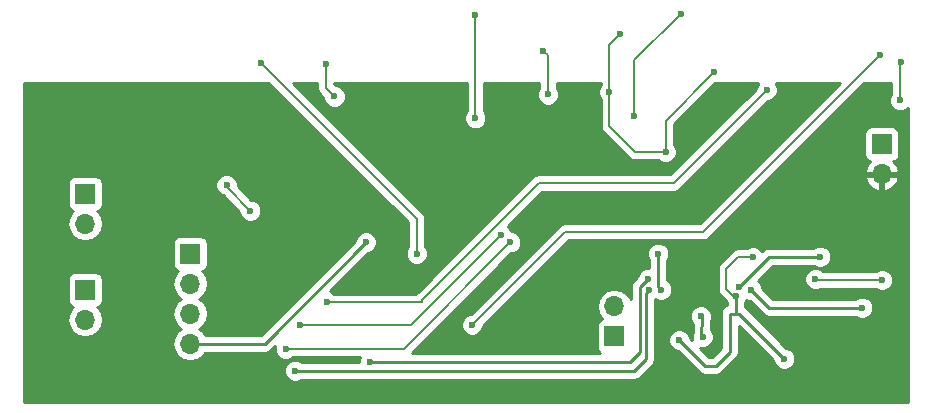
<source format=gbr>
G04 #@! TF.FileFunction,Copper,L2,Bot,Signal*
%FSLAX46Y46*%
G04 Gerber Fmt 4.6, Leading zero omitted, Abs format (unit mm)*
G04 Created by KiCad (PCBNEW 4.0.7) date Mon Jun 25 23:03:10 2018*
%MOMM*%
%LPD*%
G01*
G04 APERTURE LIST*
%ADD10C,0.100000*%
%ADD11R,1.700000X1.700000*%
%ADD12O,1.700000X1.700000*%
%ADD13C,0.600000*%
%ADD14C,0.190000*%
%ADD15C,0.250000*%
%ADD16C,0.254000*%
G04 APERTURE END LIST*
D10*
D11*
X110744000Y-126492000D03*
D12*
X110744000Y-129032000D03*
D11*
X119634000Y-123444000D03*
D12*
X119634000Y-125984000D03*
X119634000Y-128524000D03*
X119634000Y-131064000D03*
D11*
X155549600Y-130454400D03*
D12*
X155549600Y-127914400D03*
D11*
X178180000Y-114170000D03*
D12*
X178180000Y-116710000D03*
D11*
X110744000Y-118364000D03*
D12*
X110744000Y-120904000D03*
D13*
X156020000Y-104860000D03*
X155120000Y-109750000D03*
X159880000Y-114830000D03*
X163980000Y-108080000D03*
X178220000Y-125680000D03*
X172560000Y-125590000D03*
X131850000Y-110140000D03*
X131120000Y-107370000D03*
X149530000Y-106260000D03*
X149930000Y-109970000D03*
X179790000Y-107230000D03*
X179740000Y-110470000D03*
X124720000Y-119810000D03*
X122710000Y-117630000D03*
X156718000Y-119550000D03*
X152640000Y-115840000D03*
X168600000Y-129170000D03*
X140462000Y-121483600D03*
X147990000Y-131040000D03*
X167270000Y-123730000D03*
X165862000Y-127000000D03*
X169926000Y-132334000D03*
X161036000Y-130759200D03*
X159512000Y-126492000D03*
X159258000Y-123444000D03*
X143764000Y-103208000D03*
X143780000Y-111980000D03*
X161180000Y-103120000D03*
X157230000Y-111770000D03*
X128524000Y-133350000D03*
X158496000Y-126492000D03*
X134874000Y-132588000D03*
X158394400Y-125577600D03*
X168480000Y-109580000D03*
X131230000Y-127570000D03*
X134518400Y-122478800D03*
X162864800Y-128727200D03*
X163017200Y-130505200D03*
X176530000Y-128016000D03*
X167132000Y-126492000D03*
X172974000Y-123698000D03*
X166116000Y-126238000D03*
X128890000Y-129500000D03*
X145940000Y-121880000D03*
X127710000Y-131510000D03*
X146740000Y-122490000D03*
X125624000Y-107318000D03*
X138810000Y-123440000D03*
X178054000Y-106614000D03*
X143500000Y-129470000D03*
D14*
X159880000Y-114830000D02*
X157320000Y-114830000D01*
X156020000Y-104860000D02*
X155120000Y-105760000D01*
X155120000Y-105760000D02*
X155120000Y-109750000D01*
X155120000Y-112630000D02*
X155120000Y-109750000D01*
X157320000Y-114830000D02*
X155120000Y-112630000D01*
X163980000Y-108080000D02*
X159880000Y-112180000D01*
X159880000Y-112180000D02*
X159880000Y-114830000D01*
X172650000Y-125680000D02*
X178220000Y-125680000D01*
X172560000Y-125590000D02*
X172650000Y-125680000D01*
X131120000Y-109410000D02*
X131850000Y-110140000D01*
X131120000Y-107370000D02*
X131120000Y-109410000D01*
X149530000Y-106260000D02*
X149930000Y-106660000D01*
X149930000Y-106660000D02*
X149930000Y-109970000D01*
X179790000Y-107230000D02*
X179740000Y-107280000D01*
X179740000Y-107280000D02*
X179740000Y-110470000D01*
X124720000Y-119810000D02*
X122710000Y-117800000D01*
X122710000Y-117800000D02*
X122710000Y-117630000D01*
X156718000Y-119550000D02*
X156718000Y-119558000D01*
X156718000Y-119558000D02*
X156720000Y-119560000D01*
X140440000Y-121500000D02*
X140445600Y-121500000D01*
X140445600Y-121500000D02*
X140462000Y-121483600D01*
X165862000Y-127000000D02*
X165560000Y-127000000D01*
X166050000Y-123730000D02*
X167270000Y-123730000D01*
X165030000Y-124750000D02*
X166050000Y-123730000D01*
X165030000Y-126470000D02*
X165030000Y-124750000D01*
X165560000Y-127000000D02*
X165030000Y-126470000D01*
D15*
X165862000Y-127000000D02*
X165862000Y-128524000D01*
X169926000Y-132334000D02*
X166116000Y-128524000D01*
X166116000Y-128524000D02*
X165862000Y-128524000D01*
X165862000Y-128524000D02*
X165303200Y-128524000D01*
X161036000Y-130759200D02*
X163220400Y-132943600D01*
X163220400Y-132943600D02*
X164134800Y-132943600D01*
X164134800Y-132943600D02*
X165303200Y-131775200D01*
X165303200Y-131775200D02*
X165303200Y-128524000D01*
X159512000Y-126492000D02*
X159258000Y-126238000D01*
X159258000Y-126238000D02*
X159258000Y-123444000D01*
D14*
X143780000Y-103224000D02*
X143780000Y-111980000D01*
X143780000Y-103224000D02*
X143764000Y-103208000D01*
X157230000Y-107070000D02*
X161180000Y-103120000D01*
X157230000Y-111770000D02*
X157230000Y-107070000D01*
D15*
X157226000Y-133350000D02*
X128524000Y-133350000D01*
X158242000Y-132334000D02*
X157226000Y-133350000D01*
X158242000Y-126746000D02*
X158242000Y-132334000D01*
X158496000Y-126492000D02*
X158242000Y-126746000D01*
X156870400Y-132588000D02*
X134874000Y-132588000D01*
X157683200Y-131775200D02*
X156870400Y-132588000D01*
X157683200Y-126288800D02*
X157683200Y-131775200D01*
X158394400Y-125577600D02*
X157683200Y-126288800D01*
D14*
X160600000Y-117460000D02*
X168480000Y-109580000D01*
X149130000Y-117460000D02*
X160600000Y-117460000D01*
X139320000Y-127270000D02*
X149130000Y-117460000D01*
X139280000Y-127270000D02*
X139320000Y-127270000D01*
X139280000Y-127460000D02*
X139280000Y-127270000D01*
X139280000Y-127570000D02*
X139280000Y-127460000D01*
X139210000Y-127570000D02*
X139280000Y-127570000D01*
X131230000Y-127570000D02*
X139210000Y-127570000D01*
D15*
X119634000Y-131064000D02*
X125933200Y-131064000D01*
X125933200Y-131064000D02*
X134518400Y-122478800D01*
X162966400Y-128828800D02*
X162864800Y-128727200D01*
X162915600Y-130403600D02*
X162966400Y-128828800D01*
X163017200Y-130505200D02*
X162915600Y-130403600D01*
X168656000Y-128016000D02*
X176530000Y-128016000D01*
X167132000Y-126492000D02*
X168656000Y-128016000D01*
X168656000Y-123698000D02*
X172974000Y-123698000D01*
X166116000Y-126238000D02*
X168656000Y-123698000D01*
D14*
X138320000Y-129500000D02*
X128890000Y-129500000D01*
X145940000Y-121880000D02*
X138320000Y-129500000D01*
X137720000Y-131510000D02*
X127710000Y-131510000D01*
X146740000Y-122490000D02*
X137720000Y-131510000D01*
X138810000Y-120504000D02*
X138810000Y-123440000D01*
X138810000Y-120504000D02*
X125624000Y-107318000D01*
X151380000Y-121590000D02*
X143500000Y-129470000D01*
X163078000Y-121590000D02*
X151380000Y-121590000D01*
X163078000Y-121590000D02*
X178054000Y-106614000D01*
D16*
G36*
X126257268Y-108983644D02*
X138080000Y-120806376D01*
X138080000Y-122847589D01*
X138017808Y-122909673D01*
X137875162Y-123253201D01*
X137874838Y-123625167D01*
X138016883Y-123968943D01*
X138279673Y-124232192D01*
X138623201Y-124374838D01*
X138995167Y-124375162D01*
X139338943Y-124233117D01*
X139602192Y-123970327D01*
X139744838Y-123626799D01*
X139745162Y-123254833D01*
X139603117Y-122911057D01*
X139540000Y-122847830D01*
X139540000Y-120504000D01*
X139484432Y-120224641D01*
X139326188Y-119987812D01*
X128323670Y-108985294D01*
X130390000Y-108986944D01*
X130390000Y-109410000D01*
X130445568Y-109689359D01*
X130603812Y-109926188D01*
X130914915Y-110237291D01*
X130914838Y-110325167D01*
X131056883Y-110668943D01*
X131319673Y-110932192D01*
X131663201Y-111074838D01*
X132035167Y-111075162D01*
X132378943Y-110933117D01*
X132642192Y-110670327D01*
X132784838Y-110326799D01*
X132785162Y-109954833D01*
X132643117Y-109611057D01*
X132380327Y-109347808D01*
X132036799Y-109205162D01*
X131947460Y-109205084D01*
X131850000Y-109107624D01*
X131850000Y-108988110D01*
X143050000Y-108997052D01*
X143050000Y-111387589D01*
X142987808Y-111449673D01*
X142845162Y-111793201D01*
X142844838Y-112165167D01*
X142986883Y-112508943D01*
X143249673Y-112772192D01*
X143593201Y-112914838D01*
X143965167Y-112915162D01*
X144308943Y-112773117D01*
X144572192Y-112510327D01*
X144714838Y-112166799D01*
X144715162Y-111794833D01*
X144573117Y-111451057D01*
X144510000Y-111387830D01*
X144510000Y-108998218D01*
X149200000Y-109001962D01*
X149200000Y-109377589D01*
X149137808Y-109439673D01*
X148995162Y-109783201D01*
X148994838Y-110155167D01*
X149136883Y-110498943D01*
X149399673Y-110762192D01*
X149743201Y-110904838D01*
X150115167Y-110905162D01*
X150458943Y-110763117D01*
X150722192Y-110500327D01*
X150864838Y-110156799D01*
X150865162Y-109784833D01*
X150723117Y-109441057D01*
X150660000Y-109377830D01*
X150660000Y-109003128D01*
X154390000Y-109006106D01*
X154390000Y-109157589D01*
X154327808Y-109219673D01*
X154185162Y-109563201D01*
X154184838Y-109935167D01*
X154326883Y-110278943D01*
X154390000Y-110342170D01*
X154390000Y-112630000D01*
X154445568Y-112909359D01*
X154603812Y-113146188D01*
X156803812Y-115346188D01*
X157040641Y-115504432D01*
X157320000Y-115560000D01*
X159287589Y-115560000D01*
X159349673Y-115622192D01*
X159693201Y-115764838D01*
X160065167Y-115765162D01*
X160408943Y-115623117D01*
X160672192Y-115360327D01*
X160814838Y-115016799D01*
X160815162Y-114644833D01*
X160673117Y-114301057D01*
X160610000Y-114237830D01*
X160610000Y-112482376D01*
X164077291Y-109015085D01*
X164165167Y-109015162D01*
X164168190Y-109013913D01*
X167720789Y-109016749D01*
X167687808Y-109049673D01*
X167545162Y-109393201D01*
X167545084Y-109482540D01*
X160297624Y-116730000D01*
X149130000Y-116730000D01*
X148850641Y-116785568D01*
X148613812Y-116943812D01*
X138884359Y-126673265D01*
X138763812Y-126753812D01*
X138706223Y-126840000D01*
X131822411Y-126840000D01*
X131760327Y-126777808D01*
X131430960Y-126641042D01*
X134658080Y-123413922D01*
X134703567Y-123413962D01*
X135047343Y-123271917D01*
X135310592Y-123009127D01*
X135453238Y-122665599D01*
X135453562Y-122293633D01*
X135311517Y-121949857D01*
X135048727Y-121686608D01*
X134705199Y-121543962D01*
X134333233Y-121543638D01*
X133989457Y-121685683D01*
X133726208Y-121948473D01*
X133583562Y-122292001D01*
X133583521Y-122338877D01*
X125618398Y-130304000D01*
X120906954Y-130304000D01*
X120713147Y-130013946D01*
X120383974Y-129794000D01*
X120713147Y-129574054D01*
X121035054Y-129092285D01*
X121148093Y-128524000D01*
X121035054Y-127955715D01*
X120713147Y-127473946D01*
X120383974Y-127254000D01*
X120713147Y-127034054D01*
X121035054Y-126552285D01*
X121148093Y-125984000D01*
X121035054Y-125415715D01*
X120713147Y-124933946D01*
X120671548Y-124906150D01*
X120719317Y-124897162D01*
X120935441Y-124758090D01*
X121080431Y-124545890D01*
X121131440Y-124294000D01*
X121131440Y-122594000D01*
X121087162Y-122358683D01*
X120948090Y-122142559D01*
X120735890Y-121997569D01*
X120484000Y-121946560D01*
X118784000Y-121946560D01*
X118548683Y-121990838D01*
X118332559Y-122129910D01*
X118187569Y-122342110D01*
X118136560Y-122594000D01*
X118136560Y-124294000D01*
X118180838Y-124529317D01*
X118319910Y-124745441D01*
X118532110Y-124890431D01*
X118599541Y-124904086D01*
X118554853Y-124933946D01*
X118232946Y-125415715D01*
X118119907Y-125984000D01*
X118232946Y-126552285D01*
X118554853Y-127034054D01*
X118884026Y-127254000D01*
X118554853Y-127473946D01*
X118232946Y-127955715D01*
X118119907Y-128524000D01*
X118232946Y-129092285D01*
X118554853Y-129574054D01*
X118884026Y-129794000D01*
X118554853Y-130013946D01*
X118232946Y-130495715D01*
X118119907Y-131064000D01*
X118232946Y-131632285D01*
X118554853Y-132114054D01*
X119036622Y-132435961D01*
X119604907Y-132549000D01*
X119663093Y-132549000D01*
X120231378Y-132435961D01*
X120713147Y-132114054D01*
X120906954Y-131824000D01*
X125933200Y-131824000D01*
X126224039Y-131766148D01*
X126470601Y-131601401D01*
X126793881Y-131278121D01*
X126775162Y-131323201D01*
X126774838Y-131695167D01*
X126916883Y-132038943D01*
X127179673Y-132302192D01*
X127523201Y-132444838D01*
X127895167Y-132445162D01*
X128238943Y-132303117D01*
X128302170Y-132240000D01*
X134006099Y-132240000D01*
X133939162Y-132401201D01*
X133938998Y-132590000D01*
X129086463Y-132590000D01*
X129054327Y-132557808D01*
X128710799Y-132415162D01*
X128338833Y-132414838D01*
X127995057Y-132556883D01*
X127731808Y-132819673D01*
X127589162Y-133163201D01*
X127588838Y-133535167D01*
X127730883Y-133878943D01*
X127993673Y-134142192D01*
X128337201Y-134284838D01*
X128709167Y-134285162D01*
X129052943Y-134143117D01*
X129086118Y-134110000D01*
X157226000Y-134110000D01*
X157516839Y-134052148D01*
X157763401Y-133887401D01*
X158779401Y-132871401D01*
X158944148Y-132624839D01*
X159002000Y-132334000D01*
X159002000Y-130944367D01*
X160100838Y-130944367D01*
X160242883Y-131288143D01*
X160505673Y-131551392D01*
X160849201Y-131694038D01*
X160896077Y-131694079D01*
X162682999Y-133481001D01*
X162929561Y-133645748D01*
X163220400Y-133703600D01*
X164134800Y-133703600D01*
X164425639Y-133645748D01*
X164672201Y-133481001D01*
X165840601Y-132312601D01*
X166005348Y-132066039D01*
X166063200Y-131775200D01*
X166063200Y-129546002D01*
X168990878Y-132473680D01*
X168990838Y-132519167D01*
X169132883Y-132862943D01*
X169395673Y-133126192D01*
X169739201Y-133268838D01*
X170111167Y-133269162D01*
X170454943Y-133127117D01*
X170718192Y-132864327D01*
X170860838Y-132520799D01*
X170861162Y-132148833D01*
X170719117Y-131805057D01*
X170456327Y-131541808D01*
X170112799Y-131399162D01*
X170065923Y-131399121D01*
X166653401Y-127986599D01*
X166622000Y-127965618D01*
X166622000Y-127562463D01*
X166654192Y-127530327D01*
X166733642Y-127338991D01*
X166945201Y-127426838D01*
X166992077Y-127426879D01*
X168118599Y-128553401D01*
X168365160Y-128718148D01*
X168410668Y-128727200D01*
X168656000Y-128776000D01*
X175967537Y-128776000D01*
X175999673Y-128808192D01*
X176343201Y-128950838D01*
X176715167Y-128951162D01*
X177058943Y-128809117D01*
X177322192Y-128546327D01*
X177464838Y-128202799D01*
X177465162Y-127830833D01*
X177323117Y-127487057D01*
X177060327Y-127223808D01*
X176716799Y-127081162D01*
X176344833Y-127080838D01*
X176001057Y-127222883D01*
X175967882Y-127256000D01*
X168970802Y-127256000D01*
X168067122Y-126352320D01*
X168067162Y-126306833D01*
X167925117Y-125963057D01*
X167737554Y-125775167D01*
X171624838Y-125775167D01*
X171766883Y-126118943D01*
X172029673Y-126382192D01*
X172373201Y-126524838D01*
X172745167Y-126525162D01*
X173023881Y-126410000D01*
X177627589Y-126410000D01*
X177689673Y-126472192D01*
X178033201Y-126614838D01*
X178405167Y-126615162D01*
X178748943Y-126473117D01*
X179012192Y-126210327D01*
X179154838Y-125866799D01*
X179155162Y-125494833D01*
X179013117Y-125151057D01*
X178750327Y-124887808D01*
X178406799Y-124745162D01*
X178034833Y-124744838D01*
X177691057Y-124886883D01*
X177627830Y-124950000D01*
X173242254Y-124950000D01*
X173090327Y-124797808D01*
X172746799Y-124655162D01*
X172374833Y-124654838D01*
X172031057Y-124796883D01*
X171767808Y-125059673D01*
X171625162Y-125403201D01*
X171624838Y-125775167D01*
X167737554Y-125775167D01*
X167695631Y-125733171D01*
X168970802Y-124458000D01*
X172411537Y-124458000D01*
X172443673Y-124490192D01*
X172787201Y-124632838D01*
X173159167Y-124633162D01*
X173502943Y-124491117D01*
X173766192Y-124228327D01*
X173908838Y-123884799D01*
X173909162Y-123512833D01*
X173767117Y-123169057D01*
X173504327Y-122905808D01*
X173160799Y-122763162D01*
X172788833Y-122762838D01*
X172445057Y-122904883D01*
X172411882Y-122938000D01*
X168656000Y-122938000D01*
X168413414Y-122986254D01*
X168365160Y-122995852D01*
X168118599Y-123160599D01*
X168067510Y-123211688D01*
X168063117Y-123201057D01*
X167800327Y-122937808D01*
X167456799Y-122795162D01*
X167084833Y-122794838D01*
X166741057Y-122936883D01*
X166677830Y-123000000D01*
X166050000Y-123000000D01*
X165770641Y-123055568D01*
X165533812Y-123213812D01*
X164513812Y-124233812D01*
X164355568Y-124470641D01*
X164300000Y-124750000D01*
X164300000Y-126470000D01*
X164355568Y-126749359D01*
X164513812Y-126986188D01*
X165043812Y-127516188D01*
X165080865Y-127540946D01*
X165102000Y-127562118D01*
X165102000Y-127804022D01*
X165012361Y-127821852D01*
X164765799Y-127986599D01*
X164601052Y-128233161D01*
X164543200Y-128524000D01*
X164543200Y-131460398D01*
X163819998Y-132183600D01*
X163535202Y-132183600D01*
X162764116Y-131412514D01*
X162830401Y-131440038D01*
X163202367Y-131440362D01*
X163546143Y-131298317D01*
X163809392Y-131035527D01*
X163952038Y-130691999D01*
X163952362Y-130320033D01*
X163810317Y-129976257D01*
X163693554Y-129859290D01*
X163717680Y-129111374D01*
X163799638Y-128913999D01*
X163799962Y-128542033D01*
X163657917Y-128198257D01*
X163395127Y-127935008D01*
X163051599Y-127792362D01*
X162679633Y-127792038D01*
X162335857Y-127934083D01*
X162072608Y-128196873D01*
X161929962Y-128540401D01*
X161929638Y-128912367D01*
X162071683Y-129256143D01*
X162188446Y-129373110D01*
X162164320Y-130121025D01*
X162082362Y-130318401D01*
X162082038Y-130690367D01*
X162110252Y-130758650D01*
X161971122Y-130619520D01*
X161971162Y-130574033D01*
X161829117Y-130230257D01*
X161566327Y-129967008D01*
X161222799Y-129824362D01*
X160850833Y-129824038D01*
X160507057Y-129966083D01*
X160243808Y-130228873D01*
X160101162Y-130572401D01*
X160100838Y-130944367D01*
X159002000Y-130944367D01*
X159002000Y-127294597D01*
X159004371Y-127293617D01*
X159325201Y-127426838D01*
X159697167Y-127427162D01*
X160040943Y-127285117D01*
X160304192Y-127022327D01*
X160446838Y-126678799D01*
X160447162Y-126306833D01*
X160305117Y-125963057D01*
X160042327Y-125699808D01*
X160018000Y-125689706D01*
X160018000Y-124006463D01*
X160050192Y-123974327D01*
X160192838Y-123630799D01*
X160193162Y-123258833D01*
X160051117Y-122915057D01*
X159788327Y-122651808D01*
X159444799Y-122509162D01*
X159072833Y-122508838D01*
X158729057Y-122650883D01*
X158465808Y-122913673D01*
X158323162Y-123257201D01*
X158322838Y-123629167D01*
X158464883Y-123972943D01*
X158498000Y-124006118D01*
X158498000Y-124642690D01*
X158209233Y-124642438D01*
X157865457Y-124784483D01*
X157602208Y-125047273D01*
X157459562Y-125390801D01*
X157459521Y-125437677D01*
X157145799Y-125751399D01*
X156981052Y-125997961D01*
X156923200Y-126288800D01*
X156923200Y-127305027D01*
X156628747Y-126864346D01*
X156146978Y-126542439D01*
X155578693Y-126429400D01*
X155520507Y-126429400D01*
X154952222Y-126542439D01*
X154470453Y-126864346D01*
X154148546Y-127346115D01*
X154035507Y-127914400D01*
X154148546Y-128482685D01*
X154470453Y-128964454D01*
X154512052Y-128992250D01*
X154464283Y-129001238D01*
X154248159Y-129140310D01*
X154103169Y-129352510D01*
X154052160Y-129604400D01*
X154052160Y-131304400D01*
X154096438Y-131539717D01*
X154235510Y-131755841D01*
X154341118Y-131828000D01*
X138434376Y-131828000D01*
X146837291Y-123425085D01*
X146925167Y-123425162D01*
X147268943Y-123283117D01*
X147532192Y-123020327D01*
X147674838Y-122676799D01*
X147675162Y-122304833D01*
X147533117Y-121961057D01*
X147270327Y-121697808D01*
X146926799Y-121555162D01*
X146817412Y-121555067D01*
X146733117Y-121351057D01*
X146502419Y-121119957D01*
X149432376Y-118190000D01*
X160600000Y-118190000D01*
X160879359Y-118134432D01*
X161116188Y-117976188D01*
X168577291Y-110515085D01*
X168665167Y-110515162D01*
X169008943Y-110373117D01*
X169272192Y-110110327D01*
X169414838Y-109766799D01*
X169415162Y-109394833D01*
X169273117Y-109051057D01*
X169240080Y-109017962D01*
X174613371Y-109022253D01*
X162775624Y-120860000D01*
X151380000Y-120860000D01*
X151100641Y-120915568D01*
X150863812Y-121073812D01*
X143402709Y-128534915D01*
X143314833Y-128534838D01*
X142971057Y-128676883D01*
X142707808Y-128939673D01*
X142565162Y-129283201D01*
X142564838Y-129655167D01*
X142706883Y-129998943D01*
X142969673Y-130262192D01*
X143313201Y-130404838D01*
X143685167Y-130405162D01*
X144028943Y-130263117D01*
X144292192Y-130000327D01*
X144434838Y-129656799D01*
X144434916Y-129567460D01*
X151682376Y-122320000D01*
X163078000Y-122320000D01*
X163357359Y-122264432D01*
X163594188Y-122106188D01*
X168633486Y-117066890D01*
X176738524Y-117066890D01*
X176908355Y-117476924D01*
X177298642Y-117905183D01*
X177823108Y-118151486D01*
X178053000Y-118030819D01*
X178053000Y-116837000D01*
X178307000Y-116837000D01*
X178307000Y-118030819D01*
X178536892Y-118151486D01*
X179061358Y-117905183D01*
X179451645Y-117476924D01*
X179621476Y-117066890D01*
X179500155Y-116837000D01*
X178307000Y-116837000D01*
X178053000Y-116837000D01*
X176859845Y-116837000D01*
X176738524Y-117066890D01*
X168633486Y-117066890D01*
X172380376Y-113320000D01*
X176682560Y-113320000D01*
X176682560Y-115020000D01*
X176726838Y-115255317D01*
X176865910Y-115471441D01*
X177078110Y-115616431D01*
X177186107Y-115638301D01*
X176908355Y-115943076D01*
X176738524Y-116353110D01*
X176859845Y-116583000D01*
X178053000Y-116583000D01*
X178053000Y-116563000D01*
X178307000Y-116563000D01*
X178307000Y-116583000D01*
X179500155Y-116583000D01*
X179621476Y-116353110D01*
X179451645Y-115943076D01*
X179175499Y-115640063D01*
X179265317Y-115623162D01*
X179481441Y-115484090D01*
X179626431Y-115271890D01*
X179677440Y-115020000D01*
X179677440Y-113320000D01*
X179633162Y-113084683D01*
X179494090Y-112868559D01*
X179281890Y-112723569D01*
X179030000Y-112672560D01*
X177330000Y-112672560D01*
X177094683Y-112716838D01*
X176878559Y-112855910D01*
X176733569Y-113068110D01*
X176682560Y-113320000D01*
X172380376Y-113320000D01*
X176676476Y-109023900D01*
X179010000Y-109025763D01*
X179010000Y-109877589D01*
X178947808Y-109939673D01*
X178805162Y-110283201D01*
X178804838Y-110655167D01*
X178946883Y-110998943D01*
X179209673Y-111262192D01*
X179553201Y-111404838D01*
X179925167Y-111405162D01*
X180268943Y-111263117D01*
X180433000Y-111099346D01*
X180433000Y-135980000D01*
X105537000Y-135980000D01*
X105537000Y-129032000D01*
X109229907Y-129032000D01*
X109342946Y-129600285D01*
X109664853Y-130082054D01*
X110146622Y-130403961D01*
X110714907Y-130517000D01*
X110773093Y-130517000D01*
X111341378Y-130403961D01*
X111823147Y-130082054D01*
X112145054Y-129600285D01*
X112258093Y-129032000D01*
X112145054Y-128463715D01*
X111823147Y-127981946D01*
X111781548Y-127954150D01*
X111829317Y-127945162D01*
X112045441Y-127806090D01*
X112190431Y-127593890D01*
X112241440Y-127342000D01*
X112241440Y-125642000D01*
X112197162Y-125406683D01*
X112058090Y-125190559D01*
X111845890Y-125045569D01*
X111594000Y-124994560D01*
X109894000Y-124994560D01*
X109658683Y-125038838D01*
X109442559Y-125177910D01*
X109297569Y-125390110D01*
X109246560Y-125642000D01*
X109246560Y-127342000D01*
X109290838Y-127577317D01*
X109429910Y-127793441D01*
X109642110Y-127938431D01*
X109709541Y-127952086D01*
X109664853Y-127981946D01*
X109342946Y-128463715D01*
X109229907Y-129032000D01*
X105537000Y-129032000D01*
X105537000Y-120904000D01*
X109229907Y-120904000D01*
X109342946Y-121472285D01*
X109664853Y-121954054D01*
X110146622Y-122275961D01*
X110714907Y-122389000D01*
X110773093Y-122389000D01*
X111341378Y-122275961D01*
X111823147Y-121954054D01*
X112145054Y-121472285D01*
X112258093Y-120904000D01*
X112145054Y-120335715D01*
X111823147Y-119853946D01*
X111781548Y-119826150D01*
X111829317Y-119817162D01*
X112045441Y-119678090D01*
X112190431Y-119465890D01*
X112241440Y-119214000D01*
X112241440Y-117815167D01*
X121774838Y-117815167D01*
X121916883Y-118158943D01*
X122179673Y-118422192D01*
X122385129Y-118507505D01*
X123784915Y-119907291D01*
X123784838Y-119995167D01*
X123926883Y-120338943D01*
X124189673Y-120602192D01*
X124533201Y-120744838D01*
X124905167Y-120745162D01*
X125248943Y-120603117D01*
X125512192Y-120340327D01*
X125654838Y-119996799D01*
X125655162Y-119624833D01*
X125513117Y-119281057D01*
X125250327Y-119017808D01*
X124906799Y-118875162D01*
X124817460Y-118875084D01*
X123644938Y-117702562D01*
X123645162Y-117444833D01*
X123503117Y-117101057D01*
X123240327Y-116837808D01*
X122896799Y-116695162D01*
X122524833Y-116694838D01*
X122181057Y-116836883D01*
X121917808Y-117099673D01*
X121775162Y-117443201D01*
X121774838Y-117815167D01*
X112241440Y-117815167D01*
X112241440Y-117514000D01*
X112197162Y-117278683D01*
X112058090Y-117062559D01*
X111845890Y-116917569D01*
X111594000Y-116866560D01*
X109894000Y-116866560D01*
X109658683Y-116910838D01*
X109442559Y-117049910D01*
X109297569Y-117262110D01*
X109246560Y-117514000D01*
X109246560Y-119214000D01*
X109290838Y-119449317D01*
X109429910Y-119665441D01*
X109642110Y-119810431D01*
X109709541Y-119824086D01*
X109664853Y-119853946D01*
X109342946Y-120335715D01*
X109229907Y-120904000D01*
X105537000Y-120904000D01*
X105537000Y-108967101D01*
X126257268Y-108983644D01*
X126257268Y-108983644D01*
G37*
X126257268Y-108983644D02*
X138080000Y-120806376D01*
X138080000Y-122847589D01*
X138017808Y-122909673D01*
X137875162Y-123253201D01*
X137874838Y-123625167D01*
X138016883Y-123968943D01*
X138279673Y-124232192D01*
X138623201Y-124374838D01*
X138995167Y-124375162D01*
X139338943Y-124233117D01*
X139602192Y-123970327D01*
X139744838Y-123626799D01*
X139745162Y-123254833D01*
X139603117Y-122911057D01*
X139540000Y-122847830D01*
X139540000Y-120504000D01*
X139484432Y-120224641D01*
X139326188Y-119987812D01*
X128323670Y-108985294D01*
X130390000Y-108986944D01*
X130390000Y-109410000D01*
X130445568Y-109689359D01*
X130603812Y-109926188D01*
X130914915Y-110237291D01*
X130914838Y-110325167D01*
X131056883Y-110668943D01*
X131319673Y-110932192D01*
X131663201Y-111074838D01*
X132035167Y-111075162D01*
X132378943Y-110933117D01*
X132642192Y-110670327D01*
X132784838Y-110326799D01*
X132785162Y-109954833D01*
X132643117Y-109611057D01*
X132380327Y-109347808D01*
X132036799Y-109205162D01*
X131947460Y-109205084D01*
X131850000Y-109107624D01*
X131850000Y-108988110D01*
X143050000Y-108997052D01*
X143050000Y-111387589D01*
X142987808Y-111449673D01*
X142845162Y-111793201D01*
X142844838Y-112165167D01*
X142986883Y-112508943D01*
X143249673Y-112772192D01*
X143593201Y-112914838D01*
X143965167Y-112915162D01*
X144308943Y-112773117D01*
X144572192Y-112510327D01*
X144714838Y-112166799D01*
X144715162Y-111794833D01*
X144573117Y-111451057D01*
X144510000Y-111387830D01*
X144510000Y-108998218D01*
X149200000Y-109001962D01*
X149200000Y-109377589D01*
X149137808Y-109439673D01*
X148995162Y-109783201D01*
X148994838Y-110155167D01*
X149136883Y-110498943D01*
X149399673Y-110762192D01*
X149743201Y-110904838D01*
X150115167Y-110905162D01*
X150458943Y-110763117D01*
X150722192Y-110500327D01*
X150864838Y-110156799D01*
X150865162Y-109784833D01*
X150723117Y-109441057D01*
X150660000Y-109377830D01*
X150660000Y-109003128D01*
X154390000Y-109006106D01*
X154390000Y-109157589D01*
X154327808Y-109219673D01*
X154185162Y-109563201D01*
X154184838Y-109935167D01*
X154326883Y-110278943D01*
X154390000Y-110342170D01*
X154390000Y-112630000D01*
X154445568Y-112909359D01*
X154603812Y-113146188D01*
X156803812Y-115346188D01*
X157040641Y-115504432D01*
X157320000Y-115560000D01*
X159287589Y-115560000D01*
X159349673Y-115622192D01*
X159693201Y-115764838D01*
X160065167Y-115765162D01*
X160408943Y-115623117D01*
X160672192Y-115360327D01*
X160814838Y-115016799D01*
X160815162Y-114644833D01*
X160673117Y-114301057D01*
X160610000Y-114237830D01*
X160610000Y-112482376D01*
X164077291Y-109015085D01*
X164165167Y-109015162D01*
X164168190Y-109013913D01*
X167720789Y-109016749D01*
X167687808Y-109049673D01*
X167545162Y-109393201D01*
X167545084Y-109482540D01*
X160297624Y-116730000D01*
X149130000Y-116730000D01*
X148850641Y-116785568D01*
X148613812Y-116943812D01*
X138884359Y-126673265D01*
X138763812Y-126753812D01*
X138706223Y-126840000D01*
X131822411Y-126840000D01*
X131760327Y-126777808D01*
X131430960Y-126641042D01*
X134658080Y-123413922D01*
X134703567Y-123413962D01*
X135047343Y-123271917D01*
X135310592Y-123009127D01*
X135453238Y-122665599D01*
X135453562Y-122293633D01*
X135311517Y-121949857D01*
X135048727Y-121686608D01*
X134705199Y-121543962D01*
X134333233Y-121543638D01*
X133989457Y-121685683D01*
X133726208Y-121948473D01*
X133583562Y-122292001D01*
X133583521Y-122338877D01*
X125618398Y-130304000D01*
X120906954Y-130304000D01*
X120713147Y-130013946D01*
X120383974Y-129794000D01*
X120713147Y-129574054D01*
X121035054Y-129092285D01*
X121148093Y-128524000D01*
X121035054Y-127955715D01*
X120713147Y-127473946D01*
X120383974Y-127254000D01*
X120713147Y-127034054D01*
X121035054Y-126552285D01*
X121148093Y-125984000D01*
X121035054Y-125415715D01*
X120713147Y-124933946D01*
X120671548Y-124906150D01*
X120719317Y-124897162D01*
X120935441Y-124758090D01*
X121080431Y-124545890D01*
X121131440Y-124294000D01*
X121131440Y-122594000D01*
X121087162Y-122358683D01*
X120948090Y-122142559D01*
X120735890Y-121997569D01*
X120484000Y-121946560D01*
X118784000Y-121946560D01*
X118548683Y-121990838D01*
X118332559Y-122129910D01*
X118187569Y-122342110D01*
X118136560Y-122594000D01*
X118136560Y-124294000D01*
X118180838Y-124529317D01*
X118319910Y-124745441D01*
X118532110Y-124890431D01*
X118599541Y-124904086D01*
X118554853Y-124933946D01*
X118232946Y-125415715D01*
X118119907Y-125984000D01*
X118232946Y-126552285D01*
X118554853Y-127034054D01*
X118884026Y-127254000D01*
X118554853Y-127473946D01*
X118232946Y-127955715D01*
X118119907Y-128524000D01*
X118232946Y-129092285D01*
X118554853Y-129574054D01*
X118884026Y-129794000D01*
X118554853Y-130013946D01*
X118232946Y-130495715D01*
X118119907Y-131064000D01*
X118232946Y-131632285D01*
X118554853Y-132114054D01*
X119036622Y-132435961D01*
X119604907Y-132549000D01*
X119663093Y-132549000D01*
X120231378Y-132435961D01*
X120713147Y-132114054D01*
X120906954Y-131824000D01*
X125933200Y-131824000D01*
X126224039Y-131766148D01*
X126470601Y-131601401D01*
X126793881Y-131278121D01*
X126775162Y-131323201D01*
X126774838Y-131695167D01*
X126916883Y-132038943D01*
X127179673Y-132302192D01*
X127523201Y-132444838D01*
X127895167Y-132445162D01*
X128238943Y-132303117D01*
X128302170Y-132240000D01*
X134006099Y-132240000D01*
X133939162Y-132401201D01*
X133938998Y-132590000D01*
X129086463Y-132590000D01*
X129054327Y-132557808D01*
X128710799Y-132415162D01*
X128338833Y-132414838D01*
X127995057Y-132556883D01*
X127731808Y-132819673D01*
X127589162Y-133163201D01*
X127588838Y-133535167D01*
X127730883Y-133878943D01*
X127993673Y-134142192D01*
X128337201Y-134284838D01*
X128709167Y-134285162D01*
X129052943Y-134143117D01*
X129086118Y-134110000D01*
X157226000Y-134110000D01*
X157516839Y-134052148D01*
X157763401Y-133887401D01*
X158779401Y-132871401D01*
X158944148Y-132624839D01*
X159002000Y-132334000D01*
X159002000Y-130944367D01*
X160100838Y-130944367D01*
X160242883Y-131288143D01*
X160505673Y-131551392D01*
X160849201Y-131694038D01*
X160896077Y-131694079D01*
X162682999Y-133481001D01*
X162929561Y-133645748D01*
X163220400Y-133703600D01*
X164134800Y-133703600D01*
X164425639Y-133645748D01*
X164672201Y-133481001D01*
X165840601Y-132312601D01*
X166005348Y-132066039D01*
X166063200Y-131775200D01*
X166063200Y-129546002D01*
X168990878Y-132473680D01*
X168990838Y-132519167D01*
X169132883Y-132862943D01*
X169395673Y-133126192D01*
X169739201Y-133268838D01*
X170111167Y-133269162D01*
X170454943Y-133127117D01*
X170718192Y-132864327D01*
X170860838Y-132520799D01*
X170861162Y-132148833D01*
X170719117Y-131805057D01*
X170456327Y-131541808D01*
X170112799Y-131399162D01*
X170065923Y-131399121D01*
X166653401Y-127986599D01*
X166622000Y-127965618D01*
X166622000Y-127562463D01*
X166654192Y-127530327D01*
X166733642Y-127338991D01*
X166945201Y-127426838D01*
X166992077Y-127426879D01*
X168118599Y-128553401D01*
X168365160Y-128718148D01*
X168410668Y-128727200D01*
X168656000Y-128776000D01*
X175967537Y-128776000D01*
X175999673Y-128808192D01*
X176343201Y-128950838D01*
X176715167Y-128951162D01*
X177058943Y-128809117D01*
X177322192Y-128546327D01*
X177464838Y-128202799D01*
X177465162Y-127830833D01*
X177323117Y-127487057D01*
X177060327Y-127223808D01*
X176716799Y-127081162D01*
X176344833Y-127080838D01*
X176001057Y-127222883D01*
X175967882Y-127256000D01*
X168970802Y-127256000D01*
X168067122Y-126352320D01*
X168067162Y-126306833D01*
X167925117Y-125963057D01*
X167737554Y-125775167D01*
X171624838Y-125775167D01*
X171766883Y-126118943D01*
X172029673Y-126382192D01*
X172373201Y-126524838D01*
X172745167Y-126525162D01*
X173023881Y-126410000D01*
X177627589Y-126410000D01*
X177689673Y-126472192D01*
X178033201Y-126614838D01*
X178405167Y-126615162D01*
X178748943Y-126473117D01*
X179012192Y-126210327D01*
X179154838Y-125866799D01*
X179155162Y-125494833D01*
X179013117Y-125151057D01*
X178750327Y-124887808D01*
X178406799Y-124745162D01*
X178034833Y-124744838D01*
X177691057Y-124886883D01*
X177627830Y-124950000D01*
X173242254Y-124950000D01*
X173090327Y-124797808D01*
X172746799Y-124655162D01*
X172374833Y-124654838D01*
X172031057Y-124796883D01*
X171767808Y-125059673D01*
X171625162Y-125403201D01*
X171624838Y-125775167D01*
X167737554Y-125775167D01*
X167695631Y-125733171D01*
X168970802Y-124458000D01*
X172411537Y-124458000D01*
X172443673Y-124490192D01*
X172787201Y-124632838D01*
X173159167Y-124633162D01*
X173502943Y-124491117D01*
X173766192Y-124228327D01*
X173908838Y-123884799D01*
X173909162Y-123512833D01*
X173767117Y-123169057D01*
X173504327Y-122905808D01*
X173160799Y-122763162D01*
X172788833Y-122762838D01*
X172445057Y-122904883D01*
X172411882Y-122938000D01*
X168656000Y-122938000D01*
X168413414Y-122986254D01*
X168365160Y-122995852D01*
X168118599Y-123160599D01*
X168067510Y-123211688D01*
X168063117Y-123201057D01*
X167800327Y-122937808D01*
X167456799Y-122795162D01*
X167084833Y-122794838D01*
X166741057Y-122936883D01*
X166677830Y-123000000D01*
X166050000Y-123000000D01*
X165770641Y-123055568D01*
X165533812Y-123213812D01*
X164513812Y-124233812D01*
X164355568Y-124470641D01*
X164300000Y-124750000D01*
X164300000Y-126470000D01*
X164355568Y-126749359D01*
X164513812Y-126986188D01*
X165043812Y-127516188D01*
X165080865Y-127540946D01*
X165102000Y-127562118D01*
X165102000Y-127804022D01*
X165012361Y-127821852D01*
X164765799Y-127986599D01*
X164601052Y-128233161D01*
X164543200Y-128524000D01*
X164543200Y-131460398D01*
X163819998Y-132183600D01*
X163535202Y-132183600D01*
X162764116Y-131412514D01*
X162830401Y-131440038D01*
X163202367Y-131440362D01*
X163546143Y-131298317D01*
X163809392Y-131035527D01*
X163952038Y-130691999D01*
X163952362Y-130320033D01*
X163810317Y-129976257D01*
X163693554Y-129859290D01*
X163717680Y-129111374D01*
X163799638Y-128913999D01*
X163799962Y-128542033D01*
X163657917Y-128198257D01*
X163395127Y-127935008D01*
X163051599Y-127792362D01*
X162679633Y-127792038D01*
X162335857Y-127934083D01*
X162072608Y-128196873D01*
X161929962Y-128540401D01*
X161929638Y-128912367D01*
X162071683Y-129256143D01*
X162188446Y-129373110D01*
X162164320Y-130121025D01*
X162082362Y-130318401D01*
X162082038Y-130690367D01*
X162110252Y-130758650D01*
X161971122Y-130619520D01*
X161971162Y-130574033D01*
X161829117Y-130230257D01*
X161566327Y-129967008D01*
X161222799Y-129824362D01*
X160850833Y-129824038D01*
X160507057Y-129966083D01*
X160243808Y-130228873D01*
X160101162Y-130572401D01*
X160100838Y-130944367D01*
X159002000Y-130944367D01*
X159002000Y-127294597D01*
X159004371Y-127293617D01*
X159325201Y-127426838D01*
X159697167Y-127427162D01*
X160040943Y-127285117D01*
X160304192Y-127022327D01*
X160446838Y-126678799D01*
X160447162Y-126306833D01*
X160305117Y-125963057D01*
X160042327Y-125699808D01*
X160018000Y-125689706D01*
X160018000Y-124006463D01*
X160050192Y-123974327D01*
X160192838Y-123630799D01*
X160193162Y-123258833D01*
X160051117Y-122915057D01*
X159788327Y-122651808D01*
X159444799Y-122509162D01*
X159072833Y-122508838D01*
X158729057Y-122650883D01*
X158465808Y-122913673D01*
X158323162Y-123257201D01*
X158322838Y-123629167D01*
X158464883Y-123972943D01*
X158498000Y-124006118D01*
X158498000Y-124642690D01*
X158209233Y-124642438D01*
X157865457Y-124784483D01*
X157602208Y-125047273D01*
X157459562Y-125390801D01*
X157459521Y-125437677D01*
X157145799Y-125751399D01*
X156981052Y-125997961D01*
X156923200Y-126288800D01*
X156923200Y-127305027D01*
X156628747Y-126864346D01*
X156146978Y-126542439D01*
X155578693Y-126429400D01*
X155520507Y-126429400D01*
X154952222Y-126542439D01*
X154470453Y-126864346D01*
X154148546Y-127346115D01*
X154035507Y-127914400D01*
X154148546Y-128482685D01*
X154470453Y-128964454D01*
X154512052Y-128992250D01*
X154464283Y-129001238D01*
X154248159Y-129140310D01*
X154103169Y-129352510D01*
X154052160Y-129604400D01*
X154052160Y-131304400D01*
X154096438Y-131539717D01*
X154235510Y-131755841D01*
X154341118Y-131828000D01*
X138434376Y-131828000D01*
X146837291Y-123425085D01*
X146925167Y-123425162D01*
X147268943Y-123283117D01*
X147532192Y-123020327D01*
X147674838Y-122676799D01*
X147675162Y-122304833D01*
X147533117Y-121961057D01*
X147270327Y-121697808D01*
X146926799Y-121555162D01*
X146817412Y-121555067D01*
X146733117Y-121351057D01*
X146502419Y-121119957D01*
X149432376Y-118190000D01*
X160600000Y-118190000D01*
X160879359Y-118134432D01*
X161116188Y-117976188D01*
X168577291Y-110515085D01*
X168665167Y-110515162D01*
X169008943Y-110373117D01*
X169272192Y-110110327D01*
X169414838Y-109766799D01*
X169415162Y-109394833D01*
X169273117Y-109051057D01*
X169240080Y-109017962D01*
X174613371Y-109022253D01*
X162775624Y-120860000D01*
X151380000Y-120860000D01*
X151100641Y-120915568D01*
X150863812Y-121073812D01*
X143402709Y-128534915D01*
X143314833Y-128534838D01*
X142971057Y-128676883D01*
X142707808Y-128939673D01*
X142565162Y-129283201D01*
X142564838Y-129655167D01*
X142706883Y-129998943D01*
X142969673Y-130262192D01*
X143313201Y-130404838D01*
X143685167Y-130405162D01*
X144028943Y-130263117D01*
X144292192Y-130000327D01*
X144434838Y-129656799D01*
X144434916Y-129567460D01*
X151682376Y-122320000D01*
X163078000Y-122320000D01*
X163357359Y-122264432D01*
X163594188Y-122106188D01*
X168633486Y-117066890D01*
X176738524Y-117066890D01*
X176908355Y-117476924D01*
X177298642Y-117905183D01*
X177823108Y-118151486D01*
X178053000Y-118030819D01*
X178053000Y-116837000D01*
X178307000Y-116837000D01*
X178307000Y-118030819D01*
X178536892Y-118151486D01*
X179061358Y-117905183D01*
X179451645Y-117476924D01*
X179621476Y-117066890D01*
X179500155Y-116837000D01*
X178307000Y-116837000D01*
X178053000Y-116837000D01*
X176859845Y-116837000D01*
X176738524Y-117066890D01*
X168633486Y-117066890D01*
X172380376Y-113320000D01*
X176682560Y-113320000D01*
X176682560Y-115020000D01*
X176726838Y-115255317D01*
X176865910Y-115471441D01*
X177078110Y-115616431D01*
X177186107Y-115638301D01*
X176908355Y-115943076D01*
X176738524Y-116353110D01*
X176859845Y-116583000D01*
X178053000Y-116583000D01*
X178053000Y-116563000D01*
X178307000Y-116563000D01*
X178307000Y-116583000D01*
X179500155Y-116583000D01*
X179621476Y-116353110D01*
X179451645Y-115943076D01*
X179175499Y-115640063D01*
X179265317Y-115623162D01*
X179481441Y-115484090D01*
X179626431Y-115271890D01*
X179677440Y-115020000D01*
X179677440Y-113320000D01*
X179633162Y-113084683D01*
X179494090Y-112868559D01*
X179281890Y-112723569D01*
X179030000Y-112672560D01*
X177330000Y-112672560D01*
X177094683Y-112716838D01*
X176878559Y-112855910D01*
X176733569Y-113068110D01*
X176682560Y-113320000D01*
X172380376Y-113320000D01*
X176676476Y-109023900D01*
X179010000Y-109025763D01*
X179010000Y-109877589D01*
X178947808Y-109939673D01*
X178805162Y-110283201D01*
X178804838Y-110655167D01*
X178946883Y-110998943D01*
X179209673Y-111262192D01*
X179553201Y-111404838D01*
X179925167Y-111405162D01*
X180268943Y-111263117D01*
X180433000Y-111099346D01*
X180433000Y-135980000D01*
X105537000Y-135980000D01*
X105537000Y-129032000D01*
X109229907Y-129032000D01*
X109342946Y-129600285D01*
X109664853Y-130082054D01*
X110146622Y-130403961D01*
X110714907Y-130517000D01*
X110773093Y-130517000D01*
X111341378Y-130403961D01*
X111823147Y-130082054D01*
X112145054Y-129600285D01*
X112258093Y-129032000D01*
X112145054Y-128463715D01*
X111823147Y-127981946D01*
X111781548Y-127954150D01*
X111829317Y-127945162D01*
X112045441Y-127806090D01*
X112190431Y-127593890D01*
X112241440Y-127342000D01*
X112241440Y-125642000D01*
X112197162Y-125406683D01*
X112058090Y-125190559D01*
X111845890Y-125045569D01*
X111594000Y-124994560D01*
X109894000Y-124994560D01*
X109658683Y-125038838D01*
X109442559Y-125177910D01*
X109297569Y-125390110D01*
X109246560Y-125642000D01*
X109246560Y-127342000D01*
X109290838Y-127577317D01*
X109429910Y-127793441D01*
X109642110Y-127938431D01*
X109709541Y-127952086D01*
X109664853Y-127981946D01*
X109342946Y-128463715D01*
X109229907Y-129032000D01*
X105537000Y-129032000D01*
X105537000Y-120904000D01*
X109229907Y-120904000D01*
X109342946Y-121472285D01*
X109664853Y-121954054D01*
X110146622Y-122275961D01*
X110714907Y-122389000D01*
X110773093Y-122389000D01*
X111341378Y-122275961D01*
X111823147Y-121954054D01*
X112145054Y-121472285D01*
X112258093Y-120904000D01*
X112145054Y-120335715D01*
X111823147Y-119853946D01*
X111781548Y-119826150D01*
X111829317Y-119817162D01*
X112045441Y-119678090D01*
X112190431Y-119465890D01*
X112241440Y-119214000D01*
X112241440Y-117815167D01*
X121774838Y-117815167D01*
X121916883Y-118158943D01*
X122179673Y-118422192D01*
X122385129Y-118507505D01*
X123784915Y-119907291D01*
X123784838Y-119995167D01*
X123926883Y-120338943D01*
X124189673Y-120602192D01*
X124533201Y-120744838D01*
X124905167Y-120745162D01*
X125248943Y-120603117D01*
X125512192Y-120340327D01*
X125654838Y-119996799D01*
X125655162Y-119624833D01*
X125513117Y-119281057D01*
X125250327Y-119017808D01*
X124906799Y-118875162D01*
X124817460Y-118875084D01*
X123644938Y-117702562D01*
X123645162Y-117444833D01*
X123503117Y-117101057D01*
X123240327Y-116837808D01*
X122896799Y-116695162D01*
X122524833Y-116694838D01*
X122181057Y-116836883D01*
X121917808Y-117099673D01*
X121775162Y-117443201D01*
X121774838Y-117815167D01*
X112241440Y-117815167D01*
X112241440Y-117514000D01*
X112197162Y-117278683D01*
X112058090Y-117062559D01*
X111845890Y-116917569D01*
X111594000Y-116866560D01*
X109894000Y-116866560D01*
X109658683Y-116910838D01*
X109442559Y-117049910D01*
X109297569Y-117262110D01*
X109246560Y-117514000D01*
X109246560Y-119214000D01*
X109290838Y-119449317D01*
X109429910Y-119665441D01*
X109642110Y-119810431D01*
X109709541Y-119824086D01*
X109664853Y-119853946D01*
X109342946Y-120335715D01*
X109229907Y-120904000D01*
X105537000Y-120904000D01*
X105537000Y-108967101D01*
X126257268Y-108983644D01*
M02*

</source>
